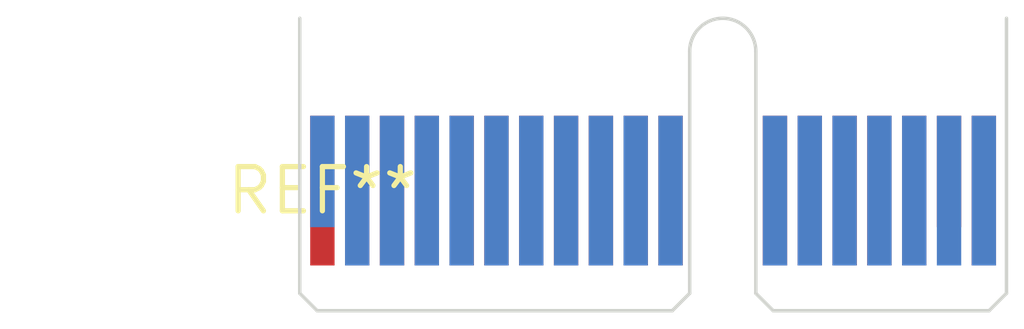
<source format=kicad_pcb>
(kicad_pcb (version 20240108) (generator pcbnew)
  (layers (0 "F.Cu" signal) (31 "B.Cu" signal) (34 "B.Paste" user) (35 "F.Paste" user) (36 "B.SilkS" user "B.Silkscreen") (37 "F.SilkS" user "F.Silkscreen") (38 "B.Mask" user) (39 "F.Mask" user) (44 "Edge.Cuts" user))
  (net 0 "")
  (footprint "BUS_PCIexpress_x1" (layer "F.Cu") (at 0 0)
    (property "Reference" "REF**")
    (property "Value" "BUS_PCIexpress_x1")
    (fp_line (start -0.65 -4.95) (end -0.65 2.95) (layer "Edge.Cuts") (stroke (width 0.1)))
    (fp_line (start -0.65 2.95) (end -0.15 3.45) (layer "Edge.Cuts") (stroke (width 0.1)))
    (fp_line (start -0.15 3.45) (end 10.05 3.45) (layer "Edge.Cuts") (stroke (width 0.1)))
    (fp_line (start 10.55 -4) (end 10.55 2.95) (layer "Edge.Cuts") (stroke (width 0.1)))
    (fp_line (start 10.55 2.95) (end 10.05 3.45) (layer "Edge.Cuts") (stroke (width 0.1)))
    (fp_line (start 12.45 -4) (end 12.45 2.95) (layer "Edge.Cuts") (stroke (width 0.1)))
    (fp_line (start 12.45 2.95) (end 12.95 3.45) (layer "Edge.Cuts") (stroke (width 0.1)))
    (fp_line (start 12.95 3.45) (end 19.15 3.45) (layer "Edge.Cuts") (stroke (width 0.1)))
    (fp_line (start 19.65 -4.95) (end 19.65 2.95) (layer "Edge.Cuts") (stroke (width 0.1)))
    (fp_line (start 19.65 2.95) (end 19.15 3.45) (layer "Edge.Cuts") (stroke (width 0.1)))
    (fp_arc (start 10.55 -4) (mid 11.5 -4.95) (end 12.45 -4) (layer "Edge.Cuts") (stroke (width 0.1)))
    (pad "A1" connect rect (at 0 -0.55) (size 0.7 3.2) (layers "B.Cu" "B.Mask"))
    (pad "A2" connect rect (at 1 0) (size 0.7 4.3) (layers "B.Cu" "B.Mask"))
    (pad "A3" connect rect (at 2 0) (size 0.7 4.3) (layers "B.Cu" "B.Mask"))
    (pad "A4" connect rect (at 3 0) (size 0.7 4.3) (layers "B.Cu" "B.Mask"))
    (pad "A5" connect rect (at 4 0) (size 0.7 4.3) (layers "B.Cu" "B.Mask"))
    (pad "A6" connect rect (at 5 0) (size 0.7 4.3) (layers "B.Cu" "B.Mask"))
    (pad "A7" connect rect (at 6 0) (size 0.7 4.3) (layers "B.Cu" "B.Mask"))
    (pad "A8" connect rect (at 7 0) (size 0.7 4.3) (layers "B.Cu" "B.Mask"))
    (pad "A9" connect rect (at 8 0) (size 0.7 4.3) (layers "B.Cu" "B.Mask"))
    (pad "A10" connect rect (at 9 0) (size 0.7 4.3) (layers "B.Cu" "B.Mask"))
    (pad "A11" connect rect (at 10 0) (size 0.7 4.3) (layers "B.Cu" "B.Mask"))
    (pad "A12" connect rect (at 13 0) (size 0.7 4.3) (layers "B.Cu" "B.Mask"))
    (pad "A13" connect rect (at 14 0) (size 0.7 4.3) (layers "B.Cu" "B.Mask"))
    (pad "A14" connect rect (at 15 0) (size 0.7 4.3) (layers "B.Cu" "B.Mask"))
    (pad "A15" connect rect (at 16 0) (size 0.7 4.3) (layers "B.Cu" "B.Mask"))
    (pad "A16" connect rect (at 17 0) (size 0.7 4.3) (layers "B.Cu" "B.Mask"))
    (pad "A17" connect rect (at 18 0) (size 0.7 4.3) (layers "B.Cu" "B.Mask"))
    (pad "A18" connect rect (at 19 0) (size 0.7 4.3) (layers "B.Cu" "B.Mask"))
    (pad "B1" connect rect (at 0 0) (size 0.7 4.3) (layers "F.Cu" "F.Mask"))
    (pad "B2" connect rect (at 1 0) (size 0.7 4.3) (layers "F.Cu" "F.Mask"))
    (pad "B3" connect rect (at 2 0) (size 0.7 4.3) (layers "F.Cu" "F.Mask"))
    (pad "B4" connect rect (at 3 0) (size 0.7 4.3) (layers "F.Cu" "F.Mask"))
    (pad "B5" connect rect (at 4 0) (size 0.7 4.3) (layers "F.Cu" "F.Mask"))
    (pad "B6" connect rect (at 5 0) (size 0.7 4.3) (layers "F.Cu" "F.Mask"))
    (pad "B7" connect rect (at 6 0) (size 0.7 4.3) (layers "F.Cu" "F.Mask"))
    (pad "B8" connect rect (at 7 0) (size 0.7 4.3) (layers "F.Cu" "F.Mask"))
    (pad "B9" connect rect (at 8 0) (size 0.7 4.3) (layers "F.Cu" "F.Mask"))
    (pad "B10" connect rect (at 9 0) (size 0.7 4.3) (layers "F.Cu" "F.Mask"))
    (pad "B11" connect rect (at 10 0) (size 0.7 4.3) (layers "F.Cu" "F.Mask"))
    (pad "B12" connect rect (at 13 0) (size 0.7 4.3) (layers "F.Cu" "F.Mask"))
    (pad "B13" connect rect (at 14 0) (size 0.7 4.3) (layers "F.Cu" "F.Mask"))
    (pad "B14" connect rect (at 15 0) (size 0.7 4.3) (layers "F.Cu" "F.Mask"))
    (pad "B15" connect rect (at 16 0) (size 0.7 4.3) (layers "F.Cu" "F.Mask"))
    (pad "B16" connect rect (at 17 0) (size 0.7 4.3) (layers "F.Cu" "F.Mask"))
    (pad "B17" connect rect (at 18 -0.55) (size 0.7 3.2) (layers "F.Cu" "F.Mask"))
    (pad "B18" connect rect (at 19 0) (size 0.7 4.3) (layers "F.Cu" "F.Mask"))
  )
)
</source>
